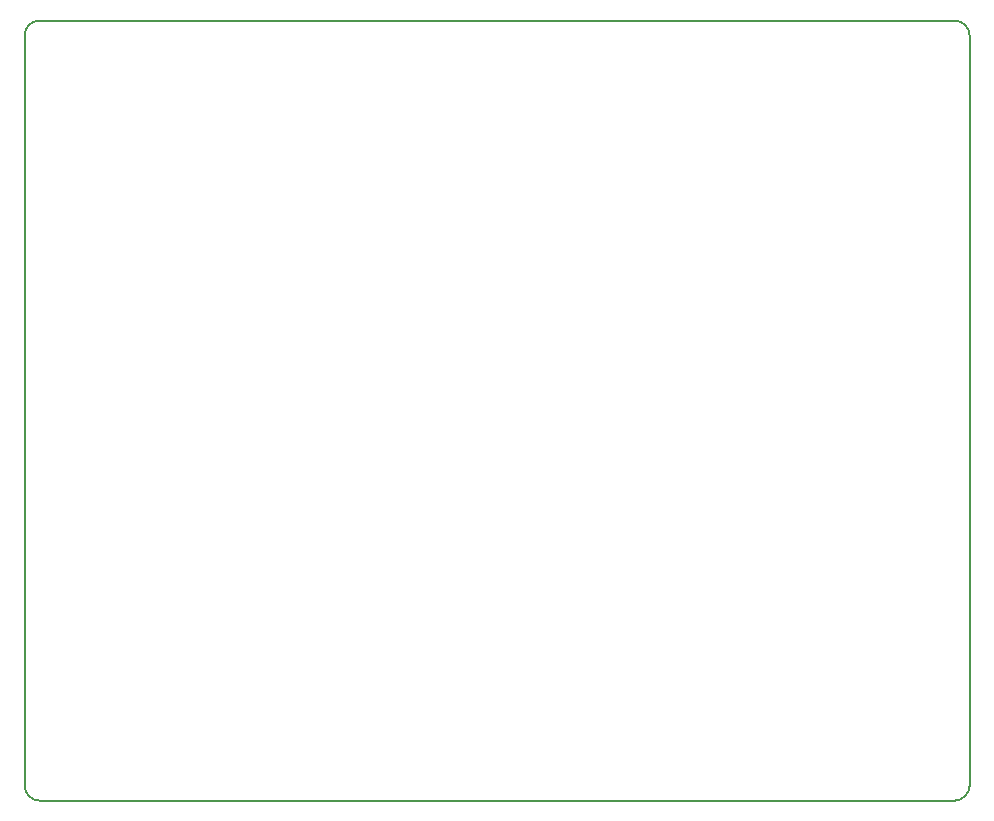
<source format=gm1>
G04 #@! TF.GenerationSoftware,KiCad,Pcbnew,(5.1.2)-2*
G04 #@! TF.CreationDate,2020-04-25T17:38:05-07:00*
G04 #@! TF.ProjectId,370Z_AC_Interface,3337305a-5f41-4435-9f49-6e7465726661,rev?*
G04 #@! TF.SameCoordinates,Original*
G04 #@! TF.FileFunction,Profile,NP*
%FSLAX46Y46*%
G04 Gerber Fmt 4.6, Leading zero omitted, Abs format (unit mm)*
G04 Created by KiCad (PCBNEW (5.1.2)-2) date 2020-04-25 17:38:05*
%MOMM*%
%LPD*%
G04 APERTURE LIST*
%ADD10C,0.150000*%
G04 APERTURE END LIST*
D10*
X189865000Y-121920000D02*
G75*
G03X191135000Y-120650000I0J1270000D01*
G01*
X191135000Y-57150000D02*
G75*
G03X189865000Y-55880000I-1270000J0D01*
G01*
X112395000Y-55880000D02*
G75*
G03X111125000Y-57150000I0J-1270000D01*
G01*
X111125000Y-120650000D02*
G75*
G03X112395000Y-121920000I1270000J0D01*
G01*
X111125000Y-120650000D02*
X111125000Y-57150000D01*
X189865000Y-121920000D02*
X112395000Y-121920000D01*
X191135000Y-57150000D02*
X191135000Y-120650000D01*
X112395000Y-55880000D02*
X189865000Y-55880000D01*
M02*

</source>
